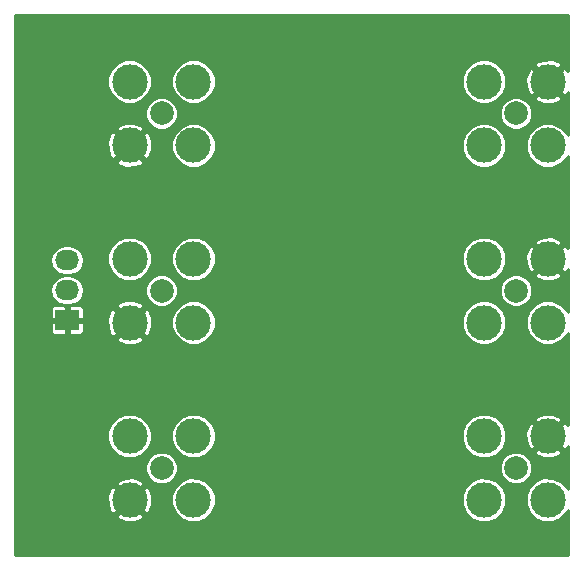
<source format=gbl>
G04 #@! TF.FileFunction,Copper,L2,Bot,Signal*
%FSLAX46Y46*%
G04 Gerber Fmt 4.6, Leading zero omitted, Abs format (unit mm)*
G04 Created by KiCad (PCBNEW (2014-11-17 BZR 5289)-product) date Sat 29 Aug 2015 09:05:05 PM EDT*
%MOMM*%
G01*
G04 APERTURE LIST*
%ADD10C,0.100000*%
%ADD11C,1.998980*%
%ADD12C,3.000000*%
%ADD13R,2.032000X1.727200*%
%ADD14O,2.032000X1.727200*%
%ADD15C,0.254000*%
G04 APERTURE END LIST*
D10*
D11*
X153000000Y-119000000D03*
D12*
X150299980Y-116299980D03*
X150299980Y-121700020D03*
X155700020Y-121700020D03*
X155700020Y-116299980D03*
D11*
X153000000Y-89000000D03*
D12*
X150299980Y-86299980D03*
X150299980Y-91700020D03*
X155700020Y-91700020D03*
X155700020Y-86299980D03*
D11*
X153000000Y-104000000D03*
D12*
X150299980Y-101299980D03*
X150299980Y-106700020D03*
X155700020Y-106700020D03*
X155700020Y-101299980D03*
D11*
X183000000Y-89000000D03*
D12*
X185700020Y-91700020D03*
X185700020Y-86299980D03*
X180299980Y-86299980D03*
X180299980Y-91700020D03*
D11*
X183000000Y-119000000D03*
D12*
X185700020Y-121700020D03*
X185700020Y-116299980D03*
X180299980Y-116299980D03*
X180299980Y-121700020D03*
D11*
X183000000Y-104000000D03*
D12*
X185700020Y-106700020D03*
X185700020Y-101299980D03*
X180299980Y-101299980D03*
X180299980Y-106700020D03*
D13*
X145000000Y-106500000D03*
D14*
X145000000Y-103960000D03*
X145000000Y-101420000D03*
D15*
G36*
X187373000Y-126373000D02*
X182181306Y-126373000D01*
X182181306Y-121327507D01*
X181895544Y-120635911D01*
X181366872Y-120106316D01*
X180675776Y-119819347D01*
X179927467Y-119818694D01*
X179235871Y-120104456D01*
X178706276Y-120633128D01*
X178419307Y-121324224D01*
X178418654Y-122072533D01*
X178704416Y-122764129D01*
X179233088Y-123293724D01*
X179924184Y-123580693D01*
X180672493Y-123581346D01*
X181364089Y-123295584D01*
X181893684Y-122766912D01*
X182180653Y-122075816D01*
X182181306Y-121327507D01*
X182181306Y-126373000D01*
X157581346Y-126373000D01*
X157581346Y-121327507D01*
X157581346Y-115927467D01*
X157581346Y-106327507D01*
X157581346Y-100927467D01*
X157581346Y-91327507D01*
X157581346Y-85927467D01*
X157295584Y-85235871D01*
X156766912Y-84706276D01*
X156075816Y-84419307D01*
X155327507Y-84418654D01*
X154635911Y-84704416D01*
X154106316Y-85233088D01*
X153819347Y-85924184D01*
X153818694Y-86672493D01*
X154104456Y-87364089D01*
X154633128Y-87893684D01*
X155324224Y-88180653D01*
X156072533Y-88181306D01*
X156764129Y-87895544D01*
X157293724Y-87366872D01*
X157580693Y-86675776D01*
X157581346Y-85927467D01*
X157581346Y-91327507D01*
X157295584Y-90635911D01*
X156766912Y-90106316D01*
X156075816Y-89819347D01*
X155327507Y-89818694D01*
X154635911Y-90104456D01*
X154380729Y-90359193D01*
X154380729Y-88726608D01*
X154171005Y-88219037D01*
X153783006Y-87830360D01*
X153275801Y-87619751D01*
X152726608Y-87619271D01*
X152219037Y-87828995D01*
X152181306Y-87866660D01*
X152181306Y-85927467D01*
X151895544Y-85235871D01*
X151366872Y-84706276D01*
X150675776Y-84419307D01*
X149927467Y-84418654D01*
X149235871Y-84704416D01*
X148706276Y-85233088D01*
X148419307Y-85924184D01*
X148418654Y-86672493D01*
X148704416Y-87364089D01*
X149233088Y-87893684D01*
X149924184Y-88180653D01*
X150672493Y-88181306D01*
X151364089Y-87895544D01*
X151893684Y-87366872D01*
X152180653Y-86675776D01*
X152181306Y-85927467D01*
X152181306Y-87866660D01*
X151830360Y-88216994D01*
X151619751Y-88724199D01*
X151619271Y-89273392D01*
X151828995Y-89780963D01*
X152216994Y-90169640D01*
X152724199Y-90380249D01*
X153273392Y-90380729D01*
X153780963Y-90171005D01*
X154169640Y-89783006D01*
X154380249Y-89275801D01*
X154380729Y-88726608D01*
X154380729Y-90359193D01*
X154106316Y-90633128D01*
X153819347Y-91324224D01*
X153818694Y-92072533D01*
X154104456Y-92764129D01*
X154633128Y-93293724D01*
X155324224Y-93580693D01*
X156072533Y-93581346D01*
X156764129Y-93295584D01*
X157293724Y-92766912D01*
X157580693Y-92075816D01*
X157581346Y-91327507D01*
X157581346Y-100927467D01*
X157295584Y-100235871D01*
X156766912Y-99706276D01*
X156075816Y-99419307D01*
X155327507Y-99418654D01*
X154635911Y-99704416D01*
X154106316Y-100233088D01*
X153819347Y-100924184D01*
X153818694Y-101672493D01*
X154104456Y-102364089D01*
X154633128Y-102893684D01*
X155324224Y-103180653D01*
X156072533Y-103181306D01*
X156764129Y-102895544D01*
X157293724Y-102366872D01*
X157580693Y-101675776D01*
X157581346Y-100927467D01*
X157581346Y-106327507D01*
X157295584Y-105635911D01*
X156766912Y-105106316D01*
X156075816Y-104819347D01*
X155327507Y-104818694D01*
X154635911Y-105104456D01*
X154380729Y-105359193D01*
X154380729Y-103726608D01*
X154171005Y-103219037D01*
X153783006Y-102830360D01*
X153275801Y-102619751D01*
X152726608Y-102619271D01*
X152219037Y-102828995D01*
X152190395Y-102857587D01*
X152190395Y-92023260D01*
X152170194Y-91275224D01*
X151922797Y-90677955D01*
X151675424Y-90504182D01*
X151495818Y-90683787D01*
X151495818Y-90324576D01*
X151322045Y-90077203D01*
X150623220Y-89809605D01*
X149875184Y-89829806D01*
X149277915Y-90077203D01*
X149104142Y-90324576D01*
X150299980Y-91520415D01*
X151495818Y-90324576D01*
X151495818Y-90683787D01*
X150479585Y-91700020D01*
X151675424Y-92895858D01*
X151922797Y-92722085D01*
X152190395Y-92023260D01*
X152190395Y-102857587D01*
X152181306Y-102866660D01*
X152181306Y-100927467D01*
X151895544Y-100235871D01*
X151495818Y-99835447D01*
X151495818Y-93075464D01*
X150299980Y-91879625D01*
X150120375Y-92059230D01*
X150120375Y-91700020D01*
X148924536Y-90504182D01*
X148677163Y-90677955D01*
X148409565Y-91376780D01*
X148429766Y-92124816D01*
X148677163Y-92722085D01*
X148924536Y-92895858D01*
X150120375Y-91700020D01*
X150120375Y-92059230D01*
X149104142Y-93075464D01*
X149277915Y-93322837D01*
X149976740Y-93590435D01*
X150724776Y-93570234D01*
X151322045Y-93322837D01*
X151495818Y-93075464D01*
X151495818Y-99835447D01*
X151366872Y-99706276D01*
X150675776Y-99419307D01*
X149927467Y-99418654D01*
X149235871Y-99704416D01*
X148706276Y-100233088D01*
X148419307Y-100924184D01*
X148418654Y-101672493D01*
X148704416Y-102364089D01*
X149233088Y-102893684D01*
X149924184Y-103180653D01*
X150672493Y-103181306D01*
X151364089Y-102895544D01*
X151893684Y-102366872D01*
X152180653Y-101675776D01*
X152181306Y-100927467D01*
X152181306Y-102866660D01*
X151830360Y-103216994D01*
X151619751Y-103724199D01*
X151619271Y-104273392D01*
X151828995Y-104780963D01*
X152216994Y-105169640D01*
X152724199Y-105380249D01*
X153273392Y-105380729D01*
X153780963Y-105171005D01*
X154169640Y-104783006D01*
X154380249Y-104275801D01*
X154380729Y-103726608D01*
X154380729Y-105359193D01*
X154106316Y-105633128D01*
X153819347Y-106324224D01*
X153818694Y-107072533D01*
X154104456Y-107764129D01*
X154633128Y-108293724D01*
X155324224Y-108580693D01*
X156072533Y-108581346D01*
X156764129Y-108295584D01*
X157293724Y-107766912D01*
X157580693Y-107075816D01*
X157581346Y-106327507D01*
X157581346Y-115927467D01*
X157295584Y-115235871D01*
X156766912Y-114706276D01*
X156075816Y-114419307D01*
X155327507Y-114418654D01*
X154635911Y-114704416D01*
X154106316Y-115233088D01*
X153819347Y-115924184D01*
X153818694Y-116672493D01*
X154104456Y-117364089D01*
X154633128Y-117893684D01*
X155324224Y-118180653D01*
X156072533Y-118181306D01*
X156764129Y-117895544D01*
X157293724Y-117366872D01*
X157580693Y-116675776D01*
X157581346Y-115927467D01*
X157581346Y-121327507D01*
X157295584Y-120635911D01*
X156766912Y-120106316D01*
X156075816Y-119819347D01*
X155327507Y-119818694D01*
X154635911Y-120104456D01*
X154380729Y-120359193D01*
X154380729Y-118726608D01*
X154171005Y-118219037D01*
X153783006Y-117830360D01*
X153275801Y-117619751D01*
X152726608Y-117619271D01*
X152219037Y-117828995D01*
X152190395Y-117857587D01*
X152190395Y-107023260D01*
X152170194Y-106275224D01*
X151922797Y-105677955D01*
X151675424Y-105504182D01*
X151495818Y-105683787D01*
X151495818Y-105324576D01*
X151322045Y-105077203D01*
X150623220Y-104809605D01*
X149875184Y-104829806D01*
X149277915Y-105077203D01*
X149104142Y-105324576D01*
X150299980Y-106520415D01*
X151495818Y-105324576D01*
X151495818Y-105683787D01*
X150479585Y-106700020D01*
X151675424Y-107895858D01*
X151922797Y-107722085D01*
X152190395Y-107023260D01*
X152190395Y-117857587D01*
X152181306Y-117866660D01*
X152181306Y-115927467D01*
X151895544Y-115235871D01*
X151495818Y-114835447D01*
X151495818Y-108075464D01*
X150299980Y-106879625D01*
X150120375Y-107059230D01*
X150120375Y-106700020D01*
X148924536Y-105504182D01*
X148677163Y-105677955D01*
X148409565Y-106376780D01*
X148429766Y-107124816D01*
X148677163Y-107722085D01*
X148924536Y-107895858D01*
X150120375Y-106700020D01*
X150120375Y-107059230D01*
X149104142Y-108075464D01*
X149277915Y-108322837D01*
X149976740Y-108590435D01*
X150724776Y-108570234D01*
X151322045Y-108322837D01*
X151495818Y-108075464D01*
X151495818Y-114835447D01*
X151366872Y-114706276D01*
X150675776Y-114419307D01*
X149927467Y-114418654D01*
X149235871Y-114704416D01*
X148706276Y-115233088D01*
X148419307Y-115924184D01*
X148418654Y-116672493D01*
X148704416Y-117364089D01*
X149233088Y-117893684D01*
X149924184Y-118180653D01*
X150672493Y-118181306D01*
X151364089Y-117895544D01*
X151893684Y-117366872D01*
X152180653Y-116675776D01*
X152181306Y-115927467D01*
X152181306Y-117866660D01*
X151830360Y-118216994D01*
X151619751Y-118724199D01*
X151619271Y-119273392D01*
X151828995Y-119780963D01*
X152216994Y-120169640D01*
X152724199Y-120380249D01*
X153273392Y-120380729D01*
X153780963Y-120171005D01*
X154169640Y-119783006D01*
X154380249Y-119275801D01*
X154380729Y-118726608D01*
X154380729Y-120359193D01*
X154106316Y-120633128D01*
X153819347Y-121324224D01*
X153818694Y-122072533D01*
X154104456Y-122764129D01*
X154633128Y-123293724D01*
X155324224Y-123580693D01*
X156072533Y-123581346D01*
X156764129Y-123295584D01*
X157293724Y-122766912D01*
X157580693Y-122075816D01*
X157581346Y-121327507D01*
X157581346Y-126373000D01*
X152190395Y-126373000D01*
X152190395Y-122023260D01*
X152170194Y-121275224D01*
X151922797Y-120677955D01*
X151675424Y-120504182D01*
X151495818Y-120683787D01*
X151495818Y-120324576D01*
X151322045Y-120077203D01*
X150623220Y-119809605D01*
X149875184Y-119829806D01*
X149277915Y-120077203D01*
X149104142Y-120324576D01*
X150299980Y-121520415D01*
X151495818Y-120324576D01*
X151495818Y-120683787D01*
X150479585Y-121700020D01*
X151675424Y-122895858D01*
X151922797Y-122722085D01*
X152190395Y-122023260D01*
X152190395Y-126373000D01*
X151495818Y-126373000D01*
X151495818Y-123075464D01*
X150299980Y-121879625D01*
X150120375Y-122059230D01*
X150120375Y-121700020D01*
X148924536Y-120504182D01*
X148677163Y-120677955D01*
X148409565Y-121376780D01*
X148429766Y-122124816D01*
X148677163Y-122722085D01*
X148924536Y-122895858D01*
X150120375Y-121700020D01*
X150120375Y-122059230D01*
X149104142Y-123075464D01*
X149277915Y-123322837D01*
X149976740Y-123590435D01*
X150724776Y-123570234D01*
X151322045Y-123322837D01*
X151495818Y-123075464D01*
X151495818Y-126373000D01*
X146424369Y-126373000D01*
X146424369Y-103960000D01*
X146424369Y-101420000D01*
X146329629Y-100943712D01*
X146059834Y-100539935D01*
X145656057Y-100270140D01*
X145179769Y-100175400D01*
X144820231Y-100175400D01*
X144343943Y-100270140D01*
X143940166Y-100539935D01*
X143670371Y-100943712D01*
X143575631Y-101420000D01*
X143670371Y-101896288D01*
X143940166Y-102300065D01*
X144343943Y-102569860D01*
X144820231Y-102664600D01*
X145179769Y-102664600D01*
X145656057Y-102569860D01*
X146059834Y-102300065D01*
X146329629Y-101896288D01*
X146424369Y-101420000D01*
X146424369Y-103960000D01*
X146329629Y-103483712D01*
X146059834Y-103079935D01*
X145656057Y-102810140D01*
X145179769Y-102715400D01*
X144820231Y-102715400D01*
X144343943Y-102810140D01*
X143940166Y-103079935D01*
X143670371Y-103483712D01*
X143575631Y-103960000D01*
X143670371Y-104436288D01*
X143940166Y-104840065D01*
X144343943Y-105109860D01*
X144820231Y-105204600D01*
X145179769Y-105204600D01*
X145656057Y-105109860D01*
X146059834Y-104840065D01*
X146329629Y-104436288D01*
X146424369Y-103960000D01*
X146424369Y-126373000D01*
X146397000Y-126373000D01*
X146397000Y-107439386D01*
X146397000Y-106722250D01*
X146397000Y-106277750D01*
X146397000Y-105560614D01*
X146338996Y-105420580D01*
X146231819Y-105313404D01*
X146091785Y-105255400D01*
X145940214Y-105255400D01*
X145222250Y-105255400D01*
X145127000Y-105350650D01*
X145127000Y-106373000D01*
X146301750Y-106373000D01*
X146397000Y-106277750D01*
X146397000Y-106722250D01*
X146301750Y-106627000D01*
X145127000Y-106627000D01*
X145127000Y-107649350D01*
X145222250Y-107744600D01*
X145940214Y-107744600D01*
X146091785Y-107744600D01*
X146231819Y-107686596D01*
X146338996Y-107579420D01*
X146397000Y-107439386D01*
X146397000Y-126373000D01*
X144873000Y-126373000D01*
X144873000Y-107649350D01*
X144873000Y-106627000D01*
X144873000Y-106373000D01*
X144873000Y-105350650D01*
X144777750Y-105255400D01*
X144059786Y-105255400D01*
X143908215Y-105255400D01*
X143768181Y-105313404D01*
X143661004Y-105420580D01*
X143603000Y-105560614D01*
X143603000Y-106277750D01*
X143698250Y-106373000D01*
X144873000Y-106373000D01*
X144873000Y-106627000D01*
X143698250Y-106627000D01*
X143603000Y-106722250D01*
X143603000Y-107439386D01*
X143661004Y-107579420D01*
X143768181Y-107686596D01*
X143908215Y-107744600D01*
X144059786Y-107744600D01*
X144777750Y-107744600D01*
X144873000Y-107649350D01*
X144873000Y-126373000D01*
X140627000Y-126373000D01*
X140627000Y-80627000D01*
X187373000Y-80627000D01*
X187373000Y-85399019D01*
X187322837Y-85277915D01*
X187075464Y-85104142D01*
X186895858Y-85283747D01*
X186895858Y-84924536D01*
X186722085Y-84677163D01*
X186023260Y-84409565D01*
X185275224Y-84429766D01*
X184677955Y-84677163D01*
X184504182Y-84924536D01*
X185700020Y-86120375D01*
X186895858Y-84924536D01*
X186895858Y-85283747D01*
X185879625Y-86299980D01*
X187075464Y-87495818D01*
X187322837Y-87322045D01*
X187373000Y-87191045D01*
X187373000Y-90823271D01*
X187295584Y-90635911D01*
X186895858Y-90235487D01*
X186895858Y-87675424D01*
X185700020Y-86479585D01*
X185520415Y-86659190D01*
X185520415Y-86299980D01*
X184324576Y-85104142D01*
X184077203Y-85277915D01*
X183809605Y-85976740D01*
X183829806Y-86724776D01*
X184077203Y-87322045D01*
X184324576Y-87495818D01*
X185520415Y-86299980D01*
X185520415Y-86659190D01*
X184504182Y-87675424D01*
X184677955Y-87922797D01*
X185376780Y-88190395D01*
X186124816Y-88170194D01*
X186722085Y-87922797D01*
X186895858Y-87675424D01*
X186895858Y-90235487D01*
X186766912Y-90106316D01*
X186075816Y-89819347D01*
X185327507Y-89818694D01*
X184635911Y-90104456D01*
X184380729Y-90359193D01*
X184380729Y-88726608D01*
X184171005Y-88219037D01*
X183783006Y-87830360D01*
X183275801Y-87619751D01*
X182726608Y-87619271D01*
X182219037Y-87828995D01*
X182181306Y-87866660D01*
X182181306Y-85927467D01*
X181895544Y-85235871D01*
X181366872Y-84706276D01*
X180675776Y-84419307D01*
X179927467Y-84418654D01*
X179235871Y-84704416D01*
X178706276Y-85233088D01*
X178419307Y-85924184D01*
X178418654Y-86672493D01*
X178704416Y-87364089D01*
X179233088Y-87893684D01*
X179924184Y-88180653D01*
X180672493Y-88181306D01*
X181364089Y-87895544D01*
X181893684Y-87366872D01*
X182180653Y-86675776D01*
X182181306Y-85927467D01*
X182181306Y-87866660D01*
X181830360Y-88216994D01*
X181619751Y-88724199D01*
X181619271Y-89273392D01*
X181828995Y-89780963D01*
X182216994Y-90169640D01*
X182724199Y-90380249D01*
X183273392Y-90380729D01*
X183780963Y-90171005D01*
X184169640Y-89783006D01*
X184380249Y-89275801D01*
X184380729Y-88726608D01*
X184380729Y-90359193D01*
X184106316Y-90633128D01*
X183819347Y-91324224D01*
X183818694Y-92072533D01*
X184104456Y-92764129D01*
X184633128Y-93293724D01*
X185324224Y-93580693D01*
X186072533Y-93581346D01*
X186764129Y-93295584D01*
X187293724Y-92766912D01*
X187373000Y-92575994D01*
X187373000Y-100399019D01*
X187322837Y-100277915D01*
X187075464Y-100104142D01*
X186895858Y-100283747D01*
X186895858Y-99924536D01*
X186722085Y-99677163D01*
X186023260Y-99409565D01*
X185275224Y-99429766D01*
X184677955Y-99677163D01*
X184504182Y-99924536D01*
X185700020Y-101120375D01*
X186895858Y-99924536D01*
X186895858Y-100283747D01*
X185879625Y-101299980D01*
X187075464Y-102495818D01*
X187322837Y-102322045D01*
X187373000Y-102191045D01*
X187373000Y-105823271D01*
X187295584Y-105635911D01*
X186895858Y-105235487D01*
X186895858Y-102675424D01*
X185700020Y-101479585D01*
X185520415Y-101659190D01*
X185520415Y-101299980D01*
X184324576Y-100104142D01*
X184077203Y-100277915D01*
X183809605Y-100976740D01*
X183829806Y-101724776D01*
X184077203Y-102322045D01*
X184324576Y-102495818D01*
X185520415Y-101299980D01*
X185520415Y-101659190D01*
X184504182Y-102675424D01*
X184677955Y-102922797D01*
X185376780Y-103190395D01*
X186124816Y-103170194D01*
X186722085Y-102922797D01*
X186895858Y-102675424D01*
X186895858Y-105235487D01*
X186766912Y-105106316D01*
X186075816Y-104819347D01*
X185327507Y-104818694D01*
X184635911Y-105104456D01*
X184380729Y-105359193D01*
X184380729Y-103726608D01*
X184171005Y-103219037D01*
X183783006Y-102830360D01*
X183275801Y-102619751D01*
X182726608Y-102619271D01*
X182219037Y-102828995D01*
X182181306Y-102866660D01*
X182181306Y-100927467D01*
X182181306Y-91327507D01*
X181895544Y-90635911D01*
X181366872Y-90106316D01*
X180675776Y-89819347D01*
X179927467Y-89818694D01*
X179235871Y-90104456D01*
X178706276Y-90633128D01*
X178419307Y-91324224D01*
X178418654Y-92072533D01*
X178704416Y-92764129D01*
X179233088Y-93293724D01*
X179924184Y-93580693D01*
X180672493Y-93581346D01*
X181364089Y-93295584D01*
X181893684Y-92766912D01*
X182180653Y-92075816D01*
X182181306Y-91327507D01*
X182181306Y-100927467D01*
X181895544Y-100235871D01*
X181366872Y-99706276D01*
X180675776Y-99419307D01*
X179927467Y-99418654D01*
X179235871Y-99704416D01*
X178706276Y-100233088D01*
X178419307Y-100924184D01*
X178418654Y-101672493D01*
X178704416Y-102364089D01*
X179233088Y-102893684D01*
X179924184Y-103180653D01*
X180672493Y-103181306D01*
X181364089Y-102895544D01*
X181893684Y-102366872D01*
X182180653Y-101675776D01*
X182181306Y-100927467D01*
X182181306Y-102866660D01*
X181830360Y-103216994D01*
X181619751Y-103724199D01*
X181619271Y-104273392D01*
X181828995Y-104780963D01*
X182216994Y-105169640D01*
X182724199Y-105380249D01*
X183273392Y-105380729D01*
X183780963Y-105171005D01*
X184169640Y-104783006D01*
X184380249Y-104275801D01*
X184380729Y-103726608D01*
X184380729Y-105359193D01*
X184106316Y-105633128D01*
X183819347Y-106324224D01*
X183818694Y-107072533D01*
X184104456Y-107764129D01*
X184633128Y-108293724D01*
X185324224Y-108580693D01*
X186072533Y-108581346D01*
X186764129Y-108295584D01*
X187293724Y-107766912D01*
X187373000Y-107575994D01*
X187373000Y-115399019D01*
X187322837Y-115277915D01*
X187075464Y-115104142D01*
X186895858Y-115283747D01*
X186895858Y-114924536D01*
X186722085Y-114677163D01*
X186023260Y-114409565D01*
X185275224Y-114429766D01*
X184677955Y-114677163D01*
X184504182Y-114924536D01*
X185700020Y-116120375D01*
X186895858Y-114924536D01*
X186895858Y-115283747D01*
X185879625Y-116299980D01*
X187075464Y-117495818D01*
X187322837Y-117322045D01*
X187373000Y-117191045D01*
X187373000Y-120823271D01*
X187295584Y-120635911D01*
X186895858Y-120235487D01*
X186895858Y-117675424D01*
X185700020Y-116479585D01*
X185520415Y-116659190D01*
X185520415Y-116299980D01*
X184324576Y-115104142D01*
X184077203Y-115277915D01*
X183809605Y-115976740D01*
X183829806Y-116724776D01*
X184077203Y-117322045D01*
X184324576Y-117495818D01*
X185520415Y-116299980D01*
X185520415Y-116659190D01*
X184504182Y-117675424D01*
X184677955Y-117922797D01*
X185376780Y-118190395D01*
X186124816Y-118170194D01*
X186722085Y-117922797D01*
X186895858Y-117675424D01*
X186895858Y-120235487D01*
X186766912Y-120106316D01*
X186075816Y-119819347D01*
X185327507Y-119818694D01*
X184635911Y-120104456D01*
X184380729Y-120359193D01*
X184380729Y-118726608D01*
X184171005Y-118219037D01*
X183783006Y-117830360D01*
X183275801Y-117619751D01*
X182726608Y-117619271D01*
X182219037Y-117828995D01*
X182181306Y-117866660D01*
X182181306Y-115927467D01*
X182181306Y-106327507D01*
X181895544Y-105635911D01*
X181366872Y-105106316D01*
X180675776Y-104819347D01*
X179927467Y-104818694D01*
X179235871Y-105104456D01*
X178706276Y-105633128D01*
X178419307Y-106324224D01*
X178418654Y-107072533D01*
X178704416Y-107764129D01*
X179233088Y-108293724D01*
X179924184Y-108580693D01*
X180672493Y-108581346D01*
X181364089Y-108295584D01*
X181893684Y-107766912D01*
X182180653Y-107075816D01*
X182181306Y-106327507D01*
X182181306Y-115927467D01*
X181895544Y-115235871D01*
X181366872Y-114706276D01*
X180675776Y-114419307D01*
X179927467Y-114418654D01*
X179235871Y-114704416D01*
X178706276Y-115233088D01*
X178419307Y-115924184D01*
X178418654Y-116672493D01*
X178704416Y-117364089D01*
X179233088Y-117893684D01*
X179924184Y-118180653D01*
X180672493Y-118181306D01*
X181364089Y-117895544D01*
X181893684Y-117366872D01*
X182180653Y-116675776D01*
X182181306Y-115927467D01*
X182181306Y-117866660D01*
X181830360Y-118216994D01*
X181619751Y-118724199D01*
X181619271Y-119273392D01*
X181828995Y-119780963D01*
X182216994Y-120169640D01*
X182724199Y-120380249D01*
X183273392Y-120380729D01*
X183780963Y-120171005D01*
X184169640Y-119783006D01*
X184380249Y-119275801D01*
X184380729Y-118726608D01*
X184380729Y-120359193D01*
X184106316Y-120633128D01*
X183819347Y-121324224D01*
X183818694Y-122072533D01*
X184104456Y-122764129D01*
X184633128Y-123293724D01*
X185324224Y-123580693D01*
X186072533Y-123581346D01*
X186764129Y-123295584D01*
X187293724Y-122766912D01*
X187373000Y-122575994D01*
X187373000Y-126373000D01*
X187373000Y-126373000D01*
G37*
X187373000Y-126373000D02*
X182181306Y-126373000D01*
X182181306Y-121327507D01*
X181895544Y-120635911D01*
X181366872Y-120106316D01*
X180675776Y-119819347D01*
X179927467Y-119818694D01*
X179235871Y-120104456D01*
X178706276Y-120633128D01*
X178419307Y-121324224D01*
X178418654Y-122072533D01*
X178704416Y-122764129D01*
X179233088Y-123293724D01*
X179924184Y-123580693D01*
X180672493Y-123581346D01*
X181364089Y-123295584D01*
X181893684Y-122766912D01*
X182180653Y-122075816D01*
X182181306Y-121327507D01*
X182181306Y-126373000D01*
X157581346Y-126373000D01*
X157581346Y-121327507D01*
X157581346Y-115927467D01*
X157581346Y-106327507D01*
X157581346Y-100927467D01*
X157581346Y-91327507D01*
X157581346Y-85927467D01*
X157295584Y-85235871D01*
X156766912Y-84706276D01*
X156075816Y-84419307D01*
X155327507Y-84418654D01*
X154635911Y-84704416D01*
X154106316Y-85233088D01*
X153819347Y-85924184D01*
X153818694Y-86672493D01*
X154104456Y-87364089D01*
X154633128Y-87893684D01*
X155324224Y-88180653D01*
X156072533Y-88181306D01*
X156764129Y-87895544D01*
X157293724Y-87366872D01*
X157580693Y-86675776D01*
X157581346Y-85927467D01*
X157581346Y-91327507D01*
X157295584Y-90635911D01*
X156766912Y-90106316D01*
X156075816Y-89819347D01*
X155327507Y-89818694D01*
X154635911Y-90104456D01*
X154380729Y-90359193D01*
X154380729Y-88726608D01*
X154171005Y-88219037D01*
X153783006Y-87830360D01*
X153275801Y-87619751D01*
X152726608Y-87619271D01*
X152219037Y-87828995D01*
X152181306Y-87866660D01*
X152181306Y-85927467D01*
X151895544Y-85235871D01*
X151366872Y-84706276D01*
X150675776Y-84419307D01*
X149927467Y-84418654D01*
X149235871Y-84704416D01*
X148706276Y-85233088D01*
X148419307Y-85924184D01*
X148418654Y-86672493D01*
X148704416Y-87364089D01*
X149233088Y-87893684D01*
X149924184Y-88180653D01*
X150672493Y-88181306D01*
X151364089Y-87895544D01*
X151893684Y-87366872D01*
X152180653Y-86675776D01*
X152181306Y-85927467D01*
X152181306Y-87866660D01*
X151830360Y-88216994D01*
X151619751Y-88724199D01*
X151619271Y-89273392D01*
X151828995Y-89780963D01*
X152216994Y-90169640D01*
X152724199Y-90380249D01*
X153273392Y-90380729D01*
X153780963Y-90171005D01*
X154169640Y-89783006D01*
X154380249Y-89275801D01*
X154380729Y-88726608D01*
X154380729Y-90359193D01*
X154106316Y-90633128D01*
X153819347Y-91324224D01*
X153818694Y-92072533D01*
X154104456Y-92764129D01*
X154633128Y-93293724D01*
X155324224Y-93580693D01*
X156072533Y-93581346D01*
X156764129Y-93295584D01*
X157293724Y-92766912D01*
X157580693Y-92075816D01*
X157581346Y-91327507D01*
X157581346Y-100927467D01*
X157295584Y-100235871D01*
X156766912Y-99706276D01*
X156075816Y-99419307D01*
X155327507Y-99418654D01*
X154635911Y-99704416D01*
X154106316Y-100233088D01*
X153819347Y-100924184D01*
X153818694Y-101672493D01*
X154104456Y-102364089D01*
X154633128Y-102893684D01*
X155324224Y-103180653D01*
X156072533Y-103181306D01*
X156764129Y-102895544D01*
X157293724Y-102366872D01*
X157580693Y-101675776D01*
X157581346Y-100927467D01*
X157581346Y-106327507D01*
X157295584Y-105635911D01*
X156766912Y-105106316D01*
X156075816Y-104819347D01*
X155327507Y-104818694D01*
X154635911Y-105104456D01*
X154380729Y-105359193D01*
X154380729Y-103726608D01*
X154171005Y-103219037D01*
X153783006Y-102830360D01*
X153275801Y-102619751D01*
X152726608Y-102619271D01*
X152219037Y-102828995D01*
X152190395Y-102857587D01*
X152190395Y-92023260D01*
X152170194Y-91275224D01*
X151922797Y-90677955D01*
X151675424Y-90504182D01*
X151495818Y-90683787D01*
X151495818Y-90324576D01*
X151322045Y-90077203D01*
X150623220Y-89809605D01*
X149875184Y-89829806D01*
X149277915Y-90077203D01*
X149104142Y-90324576D01*
X150299980Y-91520415D01*
X151495818Y-90324576D01*
X151495818Y-90683787D01*
X150479585Y-91700020D01*
X151675424Y-92895858D01*
X151922797Y-92722085D01*
X152190395Y-92023260D01*
X152190395Y-102857587D01*
X152181306Y-102866660D01*
X152181306Y-100927467D01*
X151895544Y-100235871D01*
X151495818Y-99835447D01*
X151495818Y-93075464D01*
X150299980Y-91879625D01*
X150120375Y-92059230D01*
X150120375Y-91700020D01*
X148924536Y-90504182D01*
X148677163Y-90677955D01*
X148409565Y-91376780D01*
X148429766Y-92124816D01*
X148677163Y-92722085D01*
X148924536Y-92895858D01*
X150120375Y-91700020D01*
X150120375Y-92059230D01*
X149104142Y-93075464D01*
X149277915Y-93322837D01*
X149976740Y-93590435D01*
X150724776Y-93570234D01*
X151322045Y-93322837D01*
X151495818Y-93075464D01*
X151495818Y-99835447D01*
X151366872Y-99706276D01*
X150675776Y-99419307D01*
X149927467Y-99418654D01*
X149235871Y-99704416D01*
X148706276Y-100233088D01*
X148419307Y-100924184D01*
X148418654Y-101672493D01*
X148704416Y-102364089D01*
X149233088Y-102893684D01*
X149924184Y-103180653D01*
X150672493Y-103181306D01*
X151364089Y-102895544D01*
X151893684Y-102366872D01*
X152180653Y-101675776D01*
X152181306Y-100927467D01*
X152181306Y-102866660D01*
X151830360Y-103216994D01*
X151619751Y-103724199D01*
X151619271Y-104273392D01*
X151828995Y-104780963D01*
X152216994Y-105169640D01*
X152724199Y-105380249D01*
X153273392Y-105380729D01*
X153780963Y-105171005D01*
X154169640Y-104783006D01*
X154380249Y-104275801D01*
X154380729Y-103726608D01*
X154380729Y-105359193D01*
X154106316Y-105633128D01*
X153819347Y-106324224D01*
X153818694Y-107072533D01*
X154104456Y-107764129D01*
X154633128Y-108293724D01*
X155324224Y-108580693D01*
X156072533Y-108581346D01*
X156764129Y-108295584D01*
X157293724Y-107766912D01*
X157580693Y-107075816D01*
X157581346Y-106327507D01*
X157581346Y-115927467D01*
X157295584Y-115235871D01*
X156766912Y-114706276D01*
X156075816Y-114419307D01*
X155327507Y-114418654D01*
X154635911Y-114704416D01*
X154106316Y-115233088D01*
X153819347Y-115924184D01*
X153818694Y-116672493D01*
X154104456Y-117364089D01*
X154633128Y-117893684D01*
X155324224Y-118180653D01*
X156072533Y-118181306D01*
X156764129Y-117895544D01*
X157293724Y-117366872D01*
X157580693Y-116675776D01*
X157581346Y-115927467D01*
X157581346Y-121327507D01*
X157295584Y-120635911D01*
X156766912Y-120106316D01*
X156075816Y-119819347D01*
X155327507Y-119818694D01*
X154635911Y-120104456D01*
X154380729Y-120359193D01*
X154380729Y-118726608D01*
X154171005Y-118219037D01*
X153783006Y-117830360D01*
X153275801Y-117619751D01*
X152726608Y-117619271D01*
X152219037Y-117828995D01*
X152190395Y-117857587D01*
X152190395Y-107023260D01*
X152170194Y-106275224D01*
X151922797Y-105677955D01*
X151675424Y-105504182D01*
X151495818Y-105683787D01*
X151495818Y-105324576D01*
X151322045Y-105077203D01*
X150623220Y-104809605D01*
X149875184Y-104829806D01*
X149277915Y-105077203D01*
X149104142Y-105324576D01*
X150299980Y-106520415D01*
X151495818Y-105324576D01*
X151495818Y-105683787D01*
X150479585Y-106700020D01*
X151675424Y-107895858D01*
X151922797Y-107722085D01*
X152190395Y-107023260D01*
X152190395Y-117857587D01*
X152181306Y-117866660D01*
X152181306Y-115927467D01*
X151895544Y-115235871D01*
X151495818Y-114835447D01*
X151495818Y-108075464D01*
X150299980Y-106879625D01*
X150120375Y-107059230D01*
X150120375Y-106700020D01*
X148924536Y-105504182D01*
X148677163Y-105677955D01*
X148409565Y-106376780D01*
X148429766Y-107124816D01*
X148677163Y-107722085D01*
X148924536Y-107895858D01*
X150120375Y-106700020D01*
X150120375Y-107059230D01*
X149104142Y-108075464D01*
X149277915Y-108322837D01*
X149976740Y-108590435D01*
X150724776Y-108570234D01*
X151322045Y-108322837D01*
X151495818Y-108075464D01*
X151495818Y-114835447D01*
X151366872Y-114706276D01*
X150675776Y-114419307D01*
X149927467Y-114418654D01*
X149235871Y-114704416D01*
X148706276Y-115233088D01*
X148419307Y-115924184D01*
X148418654Y-116672493D01*
X148704416Y-117364089D01*
X149233088Y-117893684D01*
X149924184Y-118180653D01*
X150672493Y-118181306D01*
X151364089Y-117895544D01*
X151893684Y-117366872D01*
X152180653Y-116675776D01*
X152181306Y-115927467D01*
X152181306Y-117866660D01*
X151830360Y-118216994D01*
X151619751Y-118724199D01*
X151619271Y-119273392D01*
X151828995Y-119780963D01*
X152216994Y-120169640D01*
X152724199Y-120380249D01*
X153273392Y-120380729D01*
X153780963Y-120171005D01*
X154169640Y-119783006D01*
X154380249Y-119275801D01*
X154380729Y-118726608D01*
X154380729Y-120359193D01*
X154106316Y-120633128D01*
X153819347Y-121324224D01*
X153818694Y-122072533D01*
X154104456Y-122764129D01*
X154633128Y-123293724D01*
X155324224Y-123580693D01*
X156072533Y-123581346D01*
X156764129Y-123295584D01*
X157293724Y-122766912D01*
X157580693Y-122075816D01*
X157581346Y-121327507D01*
X157581346Y-126373000D01*
X152190395Y-126373000D01*
X152190395Y-122023260D01*
X152170194Y-121275224D01*
X151922797Y-120677955D01*
X151675424Y-120504182D01*
X151495818Y-120683787D01*
X151495818Y-120324576D01*
X151322045Y-120077203D01*
X150623220Y-119809605D01*
X149875184Y-119829806D01*
X149277915Y-120077203D01*
X149104142Y-120324576D01*
X150299980Y-121520415D01*
X151495818Y-120324576D01*
X151495818Y-120683787D01*
X150479585Y-121700020D01*
X151675424Y-122895858D01*
X151922797Y-122722085D01*
X152190395Y-122023260D01*
X152190395Y-126373000D01*
X151495818Y-126373000D01*
X151495818Y-123075464D01*
X150299980Y-121879625D01*
X150120375Y-122059230D01*
X150120375Y-121700020D01*
X148924536Y-120504182D01*
X148677163Y-120677955D01*
X148409565Y-121376780D01*
X148429766Y-122124816D01*
X148677163Y-122722085D01*
X148924536Y-122895858D01*
X150120375Y-121700020D01*
X150120375Y-122059230D01*
X149104142Y-123075464D01*
X149277915Y-123322837D01*
X149976740Y-123590435D01*
X150724776Y-123570234D01*
X151322045Y-123322837D01*
X151495818Y-123075464D01*
X151495818Y-126373000D01*
X146424369Y-126373000D01*
X146424369Y-103960000D01*
X146424369Y-101420000D01*
X146329629Y-100943712D01*
X146059834Y-100539935D01*
X145656057Y-100270140D01*
X145179769Y-100175400D01*
X144820231Y-100175400D01*
X144343943Y-100270140D01*
X143940166Y-100539935D01*
X143670371Y-100943712D01*
X143575631Y-101420000D01*
X143670371Y-101896288D01*
X143940166Y-102300065D01*
X144343943Y-102569860D01*
X144820231Y-102664600D01*
X145179769Y-102664600D01*
X145656057Y-102569860D01*
X146059834Y-102300065D01*
X146329629Y-101896288D01*
X146424369Y-101420000D01*
X146424369Y-103960000D01*
X146329629Y-103483712D01*
X146059834Y-103079935D01*
X145656057Y-102810140D01*
X145179769Y-102715400D01*
X144820231Y-102715400D01*
X144343943Y-102810140D01*
X143940166Y-103079935D01*
X143670371Y-103483712D01*
X143575631Y-103960000D01*
X143670371Y-104436288D01*
X143940166Y-104840065D01*
X144343943Y-105109860D01*
X144820231Y-105204600D01*
X145179769Y-105204600D01*
X145656057Y-105109860D01*
X146059834Y-104840065D01*
X146329629Y-104436288D01*
X146424369Y-103960000D01*
X146424369Y-126373000D01*
X146397000Y-126373000D01*
X146397000Y-107439386D01*
X146397000Y-106722250D01*
X146397000Y-106277750D01*
X146397000Y-105560614D01*
X146338996Y-105420580D01*
X146231819Y-105313404D01*
X146091785Y-105255400D01*
X145940214Y-105255400D01*
X145222250Y-105255400D01*
X145127000Y-105350650D01*
X145127000Y-106373000D01*
X146301750Y-106373000D01*
X146397000Y-106277750D01*
X146397000Y-106722250D01*
X146301750Y-106627000D01*
X145127000Y-106627000D01*
X145127000Y-107649350D01*
X145222250Y-107744600D01*
X145940214Y-107744600D01*
X146091785Y-107744600D01*
X146231819Y-107686596D01*
X146338996Y-107579420D01*
X146397000Y-107439386D01*
X146397000Y-126373000D01*
X144873000Y-126373000D01*
X144873000Y-107649350D01*
X144873000Y-106627000D01*
X144873000Y-106373000D01*
X144873000Y-105350650D01*
X144777750Y-105255400D01*
X144059786Y-105255400D01*
X143908215Y-105255400D01*
X143768181Y-105313404D01*
X143661004Y-105420580D01*
X143603000Y-105560614D01*
X143603000Y-106277750D01*
X143698250Y-106373000D01*
X144873000Y-106373000D01*
X144873000Y-106627000D01*
X143698250Y-106627000D01*
X143603000Y-106722250D01*
X143603000Y-107439386D01*
X143661004Y-107579420D01*
X143768181Y-107686596D01*
X143908215Y-107744600D01*
X144059786Y-107744600D01*
X144777750Y-107744600D01*
X144873000Y-107649350D01*
X144873000Y-126373000D01*
X140627000Y-126373000D01*
X140627000Y-80627000D01*
X187373000Y-80627000D01*
X187373000Y-85399019D01*
X187322837Y-85277915D01*
X187075464Y-85104142D01*
X186895858Y-85283747D01*
X186895858Y-84924536D01*
X186722085Y-84677163D01*
X186023260Y-84409565D01*
X185275224Y-84429766D01*
X184677955Y-84677163D01*
X184504182Y-84924536D01*
X185700020Y-86120375D01*
X186895858Y-84924536D01*
X186895858Y-85283747D01*
X185879625Y-86299980D01*
X187075464Y-87495818D01*
X187322837Y-87322045D01*
X187373000Y-87191045D01*
X187373000Y-90823271D01*
X187295584Y-90635911D01*
X186895858Y-90235487D01*
X186895858Y-87675424D01*
X185700020Y-86479585D01*
X185520415Y-86659190D01*
X185520415Y-86299980D01*
X184324576Y-85104142D01*
X184077203Y-85277915D01*
X183809605Y-85976740D01*
X183829806Y-86724776D01*
X184077203Y-87322045D01*
X184324576Y-87495818D01*
X185520415Y-86299980D01*
X185520415Y-86659190D01*
X184504182Y-87675424D01*
X184677955Y-87922797D01*
X185376780Y-88190395D01*
X186124816Y-88170194D01*
X186722085Y-87922797D01*
X186895858Y-87675424D01*
X186895858Y-90235487D01*
X186766912Y-90106316D01*
X186075816Y-89819347D01*
X185327507Y-89818694D01*
X184635911Y-90104456D01*
X184380729Y-90359193D01*
X184380729Y-88726608D01*
X184171005Y-88219037D01*
X183783006Y-87830360D01*
X183275801Y-87619751D01*
X182726608Y-87619271D01*
X182219037Y-87828995D01*
X182181306Y-87866660D01*
X182181306Y-85927467D01*
X181895544Y-85235871D01*
X181366872Y-84706276D01*
X180675776Y-84419307D01*
X179927467Y-84418654D01*
X179235871Y-84704416D01*
X178706276Y-85233088D01*
X178419307Y-85924184D01*
X178418654Y-86672493D01*
X178704416Y-87364089D01*
X179233088Y-87893684D01*
X179924184Y-88180653D01*
X180672493Y-88181306D01*
X181364089Y-87895544D01*
X181893684Y-87366872D01*
X182180653Y-86675776D01*
X182181306Y-85927467D01*
X182181306Y-87866660D01*
X181830360Y-88216994D01*
X181619751Y-88724199D01*
X181619271Y-89273392D01*
X181828995Y-89780963D01*
X182216994Y-90169640D01*
X182724199Y-90380249D01*
X183273392Y-90380729D01*
X183780963Y-90171005D01*
X184169640Y-89783006D01*
X184380249Y-89275801D01*
X184380729Y-88726608D01*
X184380729Y-90359193D01*
X184106316Y-90633128D01*
X183819347Y-91324224D01*
X183818694Y-92072533D01*
X184104456Y-92764129D01*
X184633128Y-93293724D01*
X185324224Y-93580693D01*
X186072533Y-93581346D01*
X186764129Y-93295584D01*
X187293724Y-92766912D01*
X187373000Y-92575994D01*
X187373000Y-100399019D01*
X187322837Y-100277915D01*
X187075464Y-100104142D01*
X186895858Y-100283747D01*
X186895858Y-99924536D01*
X186722085Y-99677163D01*
X186023260Y-99409565D01*
X185275224Y-99429766D01*
X184677955Y-99677163D01*
X184504182Y-99924536D01*
X185700020Y-101120375D01*
X186895858Y-99924536D01*
X186895858Y-100283747D01*
X185879625Y-101299980D01*
X187075464Y-102495818D01*
X187322837Y-102322045D01*
X187373000Y-102191045D01*
X187373000Y-105823271D01*
X187295584Y-105635911D01*
X186895858Y-105235487D01*
X186895858Y-102675424D01*
X185700020Y-101479585D01*
X185520415Y-101659190D01*
X185520415Y-101299980D01*
X184324576Y-100104142D01*
X184077203Y-100277915D01*
X183809605Y-100976740D01*
X183829806Y-101724776D01*
X184077203Y-102322045D01*
X184324576Y-102495818D01*
X185520415Y-101299980D01*
X185520415Y-101659190D01*
X184504182Y-102675424D01*
X184677955Y-102922797D01*
X185376780Y-103190395D01*
X186124816Y-103170194D01*
X186722085Y-102922797D01*
X186895858Y-102675424D01*
X186895858Y-105235487D01*
X186766912Y-105106316D01*
X186075816Y-104819347D01*
X185327507Y-104818694D01*
X184635911Y-105104456D01*
X184380729Y-105359193D01*
X184380729Y-103726608D01*
X184171005Y-103219037D01*
X183783006Y-102830360D01*
X183275801Y-102619751D01*
X182726608Y-102619271D01*
X182219037Y-102828995D01*
X182181306Y-102866660D01*
X182181306Y-100927467D01*
X182181306Y-91327507D01*
X181895544Y-90635911D01*
X181366872Y-90106316D01*
X180675776Y-89819347D01*
X179927467Y-89818694D01*
X179235871Y-90104456D01*
X178706276Y-90633128D01*
X178419307Y-91324224D01*
X178418654Y-92072533D01*
X178704416Y-92764129D01*
X179233088Y-93293724D01*
X179924184Y-93580693D01*
X180672493Y-93581346D01*
X181364089Y-93295584D01*
X181893684Y-92766912D01*
X182180653Y-92075816D01*
X182181306Y-91327507D01*
X182181306Y-100927467D01*
X181895544Y-100235871D01*
X181366872Y-99706276D01*
X180675776Y-99419307D01*
X179927467Y-99418654D01*
X179235871Y-99704416D01*
X178706276Y-100233088D01*
X178419307Y-100924184D01*
X178418654Y-101672493D01*
X178704416Y-102364089D01*
X179233088Y-102893684D01*
X179924184Y-103180653D01*
X180672493Y-103181306D01*
X181364089Y-102895544D01*
X181893684Y-102366872D01*
X182180653Y-101675776D01*
X182181306Y-100927467D01*
X182181306Y-102866660D01*
X181830360Y-103216994D01*
X181619751Y-103724199D01*
X181619271Y-104273392D01*
X181828995Y-104780963D01*
X182216994Y-105169640D01*
X182724199Y-105380249D01*
X183273392Y-105380729D01*
X183780963Y-105171005D01*
X184169640Y-104783006D01*
X184380249Y-104275801D01*
X184380729Y-103726608D01*
X184380729Y-105359193D01*
X184106316Y-105633128D01*
X183819347Y-106324224D01*
X183818694Y-107072533D01*
X184104456Y-107764129D01*
X184633128Y-108293724D01*
X185324224Y-108580693D01*
X186072533Y-108581346D01*
X186764129Y-108295584D01*
X187293724Y-107766912D01*
X187373000Y-107575994D01*
X187373000Y-115399019D01*
X187322837Y-115277915D01*
X187075464Y-115104142D01*
X186895858Y-115283747D01*
X186895858Y-114924536D01*
X186722085Y-114677163D01*
X186023260Y-114409565D01*
X185275224Y-114429766D01*
X184677955Y-114677163D01*
X184504182Y-114924536D01*
X185700020Y-116120375D01*
X186895858Y-114924536D01*
X186895858Y-115283747D01*
X185879625Y-116299980D01*
X187075464Y-117495818D01*
X187322837Y-117322045D01*
X187373000Y-117191045D01*
X187373000Y-120823271D01*
X187295584Y-120635911D01*
X186895858Y-120235487D01*
X186895858Y-117675424D01*
X185700020Y-116479585D01*
X185520415Y-116659190D01*
X185520415Y-116299980D01*
X184324576Y-115104142D01*
X184077203Y-115277915D01*
X183809605Y-115976740D01*
X183829806Y-116724776D01*
X184077203Y-117322045D01*
X184324576Y-117495818D01*
X185520415Y-116299980D01*
X185520415Y-116659190D01*
X184504182Y-117675424D01*
X184677955Y-117922797D01*
X185376780Y-118190395D01*
X186124816Y-118170194D01*
X186722085Y-117922797D01*
X186895858Y-117675424D01*
X186895858Y-120235487D01*
X186766912Y-120106316D01*
X186075816Y-119819347D01*
X185327507Y-119818694D01*
X184635911Y-120104456D01*
X184380729Y-120359193D01*
X184380729Y-118726608D01*
X184171005Y-118219037D01*
X183783006Y-117830360D01*
X183275801Y-117619751D01*
X182726608Y-117619271D01*
X182219037Y-117828995D01*
X182181306Y-117866660D01*
X182181306Y-115927467D01*
X182181306Y-106327507D01*
X181895544Y-105635911D01*
X181366872Y-105106316D01*
X180675776Y-104819347D01*
X179927467Y-104818694D01*
X179235871Y-105104456D01*
X178706276Y-105633128D01*
X178419307Y-106324224D01*
X178418654Y-107072533D01*
X178704416Y-107764129D01*
X179233088Y-108293724D01*
X179924184Y-108580693D01*
X180672493Y-108581346D01*
X181364089Y-108295584D01*
X181893684Y-107766912D01*
X182180653Y-107075816D01*
X182181306Y-106327507D01*
X182181306Y-115927467D01*
X181895544Y-115235871D01*
X181366872Y-114706276D01*
X180675776Y-114419307D01*
X179927467Y-114418654D01*
X179235871Y-114704416D01*
X178706276Y-115233088D01*
X178419307Y-115924184D01*
X178418654Y-116672493D01*
X178704416Y-117364089D01*
X179233088Y-117893684D01*
X179924184Y-118180653D01*
X180672493Y-118181306D01*
X181364089Y-117895544D01*
X181893684Y-117366872D01*
X182180653Y-116675776D01*
X182181306Y-115927467D01*
X182181306Y-117866660D01*
X181830360Y-118216994D01*
X181619751Y-118724199D01*
X181619271Y-119273392D01*
X181828995Y-119780963D01*
X182216994Y-120169640D01*
X182724199Y-120380249D01*
X183273392Y-120380729D01*
X183780963Y-120171005D01*
X184169640Y-119783006D01*
X184380249Y-119275801D01*
X184380729Y-118726608D01*
X184380729Y-120359193D01*
X184106316Y-120633128D01*
X183819347Y-121324224D01*
X183818694Y-122072533D01*
X184104456Y-122764129D01*
X184633128Y-123293724D01*
X185324224Y-123580693D01*
X186072533Y-123581346D01*
X186764129Y-123295584D01*
X187293724Y-122766912D01*
X187373000Y-122575994D01*
X187373000Y-126373000D01*
M02*

</source>
